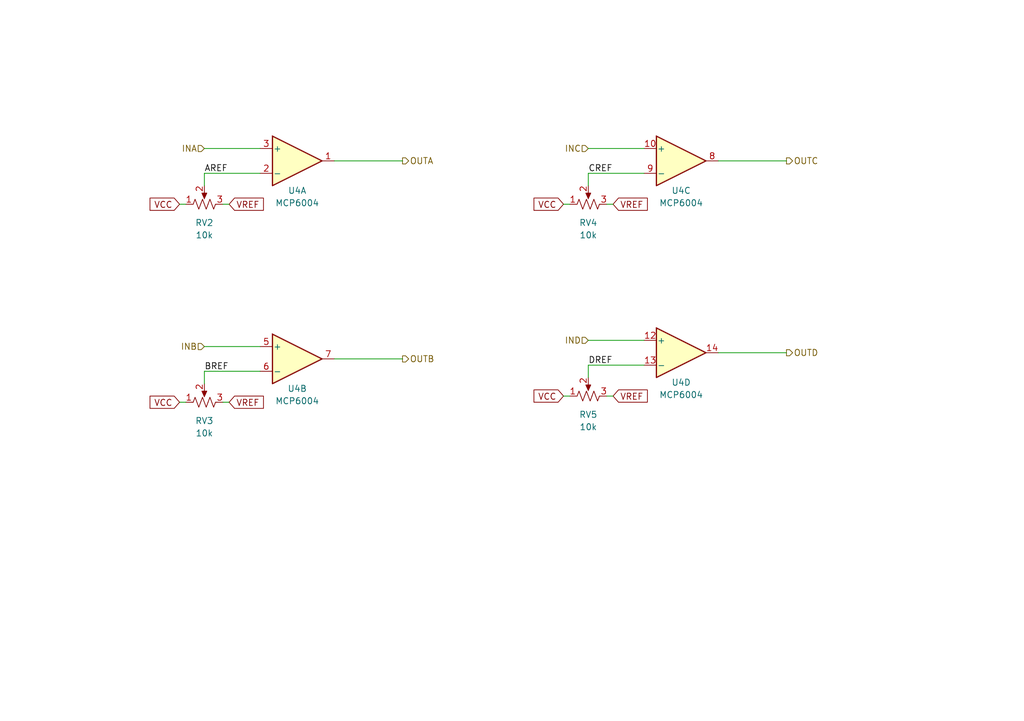
<source format=kicad_sch>
(kicad_sch (version 20250114) (generator "eeschema") (generator_version "9.0")
  (paper "A5")
  (title_block (title "EL223FP4L1") (date "2025-05-08") (rev "1") (company "Boles & Walker") (comment 1 "LED Comparator"))
  (lib_symbols
    (symbol "Amplifier_Operational:MCP6004" (pin_names (offset 0.127))
      (property "Reference" "U" (at 0 5.08 0))
      (property "Value" "MCP6004" (at 0 -5.08 0))
      (symbol "MCP6004_1_1"
        (polyline (pts (xy -5.08 5.08) (xy 5.08 0) (xy -5.08 -5.08) (xy -5.08 5.08)) (stroke (width 0.254)) (fill (type background)))
        (pin input line (at -7.62 2.54 0) (length 2.54) (name "+") (number "3"))
        (pin input line (at -7.62 -2.54 0) (length 2.54) (name "-") (number "2"))
        (pin output line (at 7.62 0 180) (length 2.54) (name "~") (number "1"))
      )
      (symbol "MCP6004_2_1"
        (polyline (pts (xy -5.08 5.08) (xy 5.08 0) (xy -5.08 -5.08) (xy -5.08 5.08)) (stroke (width 0.254)) (fill (type background)))
        (pin input line (at -7.62 2.54 0) (length 2.54) (name "+") (number "5"))
        (pin input line (at -7.62 -2.54 0) (length 2.54) (name "-") (number "6"))
        (pin output line (at 7.62 0 180) (length 2.54) (name "~") (number "7"))
      )
      (symbol "MCP6004_3_1"
        (polyline (pts (xy -5.08 5.08) (xy 5.08 0) (xy -5.08 -5.08) (xy -5.08 5.08)) (stroke (width 0.254)) (fill (type background)))
        (pin input line (at -7.62 2.54 0) (length 2.54) (name "+") (number "10"))
        (pin input line (at -7.62 -2.54 0) (length 2.54) (name "-") (number "9"))
        (pin output line (at 7.62 0 180) (length 2.54) (name "~") (number "8"))
      )
      (symbol "MCP6004_4_1"
        (polyline (pts (xy -5.08 5.08) (xy 5.08 0) (xy -5.08 -5.08) (xy -5.08 5.08)) (stroke (width 0.254)) (fill (type background)))
        (pin input line (at -7.62 2.54 0) (length 2.54) (name "+") (number "12"))
        (pin input line (at -7.62 -2.54 0) (length 2.54) (name "-") (number "13"))
        (pin output line (at 7.62 0 180) (length 2.54) (name "~") (number "14"))
      )
      (symbol "MCP6004_5_1"
        (pin power_in line (at -2.54 7.62 270) (length 3.81) (name "V+") (number "4"))
        (pin power_in line (at -2.54 -7.62 90) (length 3.81) (name "V-") (number "11"))
      )
    )
    (symbol "Device:R_Potentiometer_US" (pin_names (offset 1.016) (hide yes))
      (property "Reference" "RV" (at -4.445 0 90))
      (property "Value" "R_Potentiometer_US" (at -2.54 0 90))
      (symbol "R_Potentiometer_US_0_1"
        (polyline (pts (xy 0 2.54) (xy 0 2.286)))
        (polyline (pts (xy 0 2.286) (xy 1.016 1.905) (xy 0 1.524) (xy -1.016 1.143) (xy 0 0.762)))
        (polyline (pts (xy 0 0.762) (xy 1.016 0.381) (xy 0 0) (xy -1.016 -0.381) (xy 0 -0.762)))
        (polyline (pts (xy 0 -0.762) (xy 1.016 -1.143) (xy 0 -1.524) (xy -1.016 -1.905) (xy 0 -2.286)))
        (polyline (pts (xy 0 -2.286) (xy 0 -2.54)))
        (polyline (pts (xy 1.143 0) (xy 2.286 0.508) (xy 2.286 -0.508) (xy 1.143 0)) (fill (type outline)))
        (polyline (pts (xy 2.54 0) (xy 1.524 0)))
      )
      (symbol "R_Potentiometer_US_1_1"
        (pin passive line (at 0 3.81 270) (length 1.27) (name "1") (number "1"))
        (pin passive line (at 0 -3.81 90) (length 1.27) (name "3") (number "3"))
        (pin passive line (at 3.81 0 180) (length 1.27) (name "2") (number "2"))
      )
    )
  )
  (wire (pts (xy 68.58 33.02) (xy 82.55 33.02)))
  (wire (pts (xy 115.57 81.28) (xy 116.84 81.28)))
  (wire (pts (xy 36.83 82.55) (xy 38.1 82.55)))
  (wire (pts (xy 68.58 73.66) (xy 82.55 73.66)))
  (wire (pts (xy 120.65 35.56) (xy 132.08 35.56)))
  (wire (pts (xy 41.91 76.2) (xy 53.34 76.2)))
  (wire (pts (xy 41.91 30.48) (xy 53.34 30.48)))
  (wire (pts (xy 125.73 81.28) (xy 124.46 81.28)))
  (wire (pts (xy 36.83 41.91) (xy 38.1 41.91)))
  (wire (pts (xy 120.65 69.85) (xy 132.08 69.85)))
  (wire (pts (xy 115.57 41.91) (xy 116.84 41.91)))
  (wire (pts (xy 41.91 35.56) (xy 53.34 35.56)))
  (wire (pts (xy 41.91 78.74) (xy 41.91 76.2)))
  (wire (pts (xy 41.91 38.1) (xy 41.91 35.56)))
  (wire (pts (xy 46.99 41.91) (xy 45.72 41.91)))
  (wire (pts (xy 41.91 71.12) (xy 53.34 71.12)))
  (wire (pts (xy 46.99 82.55) (xy 45.72 82.55)))
  (wire (pts (xy 120.65 38.1) (xy 120.65 35.56)))
  (wire (pts (xy 120.65 74.93) (xy 132.08 74.93)))
  (wire (pts (xy 120.65 77.47) (xy 120.65 74.93)))
  (wire (pts (xy 125.73 41.91) (xy 124.46 41.91)))
  (wire (pts (xy 147.32 72.39) (xy 161.29 72.39)))
  (wire (pts (xy 147.32 33.02) (xy 161.29 33.02)))
  (wire (pts (xy 120.65 30.48) (xy 132.08 30.48)))
  (label "AREF" (at 41.91 35.56 0))
  (label "CREF" (at 120.65 35.56 0))
  (label "DREF" (at 120.65 74.93 0))
  (label "BREF" (at 41.91 76.2 0))
  (global_label "VCC" (shape input) (at 115.57 41.91 180) (property "Intersheetrefs" "${INTERSHEET_REFS}" (effects (hide yes))))
  (global_label "VREF" (shape input) (at 125.73 81.28 0) (property "Intersheetrefs" "${INTERSHEET_REFS}" (effects (hide yes))))
  (global_label "VREF" (shape input) (at 46.99 41.91 0) (property "Intersheetrefs" "${INTERSHEET_REFS}" (effects (hide yes))))
  (global_label "VCC" (shape input) (at 36.83 41.91 180) (property "Intersheetrefs" "${INTERSHEET_REFS}" (effects (hide yes))))
  (global_label "VREF" (shape input) (at 125.73 41.91 0) (property "Intersheetrefs" "${INTERSHEET_REFS}" (effects (hide yes))))
  (global_label "VCC" (shape input) (at 115.57 81.28 180) (property "Intersheetrefs" "${INTERSHEET_REFS}" (effects (hide yes))))
  (global_label "VCC" (shape input) (at 36.83 82.55 180) (property "Intersheetrefs" "${INTERSHEET_REFS}" (effects (hide yes))))
  (global_label "VREF" (shape input) (at 46.99 82.55 0) (property "Intersheetrefs" "${INTERSHEET_REFS}" (effects (hide yes))))
  (hierarchical_label "OUTA" (shape output) (at 82.55 33.02 0))
  (hierarchical_label "INB" (shape input) (at 41.91 71.12 180))
  (hierarchical_label "INA" (shape input) (at 41.91 30.48 180))
  (hierarchical_label "OUTD" (shape output) (at 161.29 72.39 0))
  (hierarchical_label "OUTC" (shape output) (at 161.29 33.02 0))
  (hierarchical_label "IND" (shape input) (at 120.65 69.85 180))
  (hierarchical_label "INC" (shape input) (at 120.65 30.48 180))
  (hierarchical_label "OUTB" (shape output) (at 82.55 73.66 0))
  (symbol (lib_id "Device:R_Potentiometer_US") (at 120.65 41.91 90) (unit 1)
    (property "Reference" "RV4" (at 120.65 45.72 90))
    (property "Value" "10k" (at 120.65 48.26 90))
    (property "Footprint" "Custom:Potentiometer_Bourns_PTV09A-1_Single_Vertical" (effects (hide yes)))
    (property "Datasheet" "https://www.mouser.com/datasheet/2/54/ptv09-777818.pdf" (effects (hide yes)))
    (property "Description" "Potentiometer, US symbol" (effects (hide yes)))
    (property "Sim.Device" "R" (effects (hide yes)))
    (property "Sim.Type" "POT" (effects (hide yes)))
    (property "Sim.Pins" "1=r0 2=wiper 3=r1" (effects (hide yes)))
    (property "Sim.Params" "pos=0.892" (effects (hide yes)))
    (property "Part" "PTV09A-4020U-B103" (effects (hide yes)))
  )
  (symbol (lib_id "Amplifier_Operational:MCP6004") (at 60.96 73.66 0) (unit 2)
    (property "Reference" "U4" (at 60.96 79.756 0))
    (property "Value" "MCP6004" (at 60.96 82.296 0))
    (property "Footprint" "Package_SO:SOIC-14_3.9x8.7mm_P1.27mm" (effects (hide yes)))
    (property "Datasheet" "https://ww1.microchip.com/downloads/aemDocuments/documents/MSLD/ProductDocuments/DataSheets/MCP6001-1R-1U-2-4-1-MHz-Low-Power-Op-Amp-DS20001733L.pdf" (effects (hide yes)))
    (property "Description" "1MHz, Low-Power Op Amp, DIP-14/SOIC-14/TSSOP-14" (effects (hide yes)))
    (property "Sim.Library" "MCP6001.lib" (effects (hide yes)))
    (property "Sim.Name" "MCP6004" (effects (hide yes)))
    (property "Sim.Device" "SUBCKT" (effects (hide yes)))
    (property "Sim.Pins" "1=OUTA 2=A- 3=A+ 4=VDD 5=B+ 6=B- 7=OUTB 8=OUTC 9=C- 10=C+ 11=VSS 12=D+ 13=D- 14=OUTD" (effects (hide yes)))
    (property "Part" "MCP6004-I/SL" (effects (hide yes)))
  )
  (symbol (lib_id "Device:R_Potentiometer_US") (at 41.91 41.91 90) (unit 1)
    (property "Reference" "RV2" (at 41.91 45.72 90))
    (property "Value" "10k" (at 41.91 48.26 90))
    (property "Footprint" "Custom:Potentiometer_Bourns_PTV09A-1_Single_Vertical" (effects (hide yes)))
    (property "Datasheet" "https://www.mouser.com/datasheet/2/54/ptv09-777818.pdf" (effects (hide yes)))
    (property "Description" "Potentiometer, US symbol" (effects (hide yes)))
    (property "Sim.Device" "R" (effects (hide yes)))
    (property "Sim.Type" "POT" (effects (hide yes)))
    (property "Sim.Pins" "1=r0 2=wiper 3=r1" (effects (hide yes)))
    (property "Sim.Params" "pos=0.892" (effects (hide yes)))
    (property "Part" "PTV09A-4020U-B103" (effects (hide yes)))
  )
  (symbol (lib_id "Amplifier_Operational:MCP6004") (at 139.7 72.39 0) (unit 4)
    (property "Reference" "U4" (at 139.7 78.486 0))
    (property "Value" "MCP6004" (at 139.7 81.026 0))
    (property "Footprint" "Package_SO:SOIC-14_3.9x8.7mm_P1.27mm" (effects (hide yes)))
    (property "Datasheet" "https://ww1.microchip.com/downloads/aemDocuments/documents/MSLD/ProductDocuments/DataSheets/MCP6001-1R-1U-2-4-1-MHz-Low-Power-Op-Amp-DS20001733L.pdf" (effects (hide yes)))
    (property "Description" "1MHz, Low-Power Op Amp, DIP-14/SOIC-14/TSSOP-14" (effects (hide yes)))
    (property "Sim.Library" "MCP6001.lib" (effects (hide yes)))
    (property "Sim.Name" "MCP6004" (effects (hide yes)))
    (property "Sim.Device" "SUBCKT" (effects (hide yes)))
    (property "Sim.Pins" "1=OUTA 2=A- 3=A+ 4=VDD 5=B+ 6=B- 7=OUTB 8=OUTC 9=C- 10=C+ 11=VSS 12=D+ 13=D- 14=OUTD" (effects (hide yes)))
    (property "Part" "MCP6004-I/SL" (effects (hide yes)))
  )
  (symbol (lib_id "Amplifier_Operational:MCP6004") (at 60.96 33.02 0) (unit 1)
    (property "Reference" "U4" (at 60.96 39.116 0))
    (property "Value" "MCP6004" (at 60.96 41.656 0))
    (property "Footprint" "Package_SO:SOIC-14_3.9x8.7mm_P1.27mm" (effects (hide yes)))
    (property "Datasheet" "https://ww1.microchip.com/downloads/aemDocuments/documents/MSLD/ProductDocuments/DataSheets/MCP6001-1R-1U-2-4-1-MHz-Low-Power-Op-Amp-DS20001733L.pdf" (effects (hide yes)))
    (property "Description" "1MHz, Low-Power Op Amp, DIP-14/SOIC-14/TSSOP-14" (effects (hide yes)))
    (property "Sim.Library" "MCP6001.lib" (effects (hide yes)))
    (property "Sim.Name" "MCP6004" (effects (hide yes)))
    (property "Sim.Device" "SUBCKT" (effects (hide yes)))
    (property "Sim.Pins" "1=OUTA 2=A- 3=A+ 4=VDD 5=B+ 6=B- 7=OUTB 8=OUTC 9=C- 10=C+ 11=VSS 12=D+ 13=D- 14=OUTD" (effects (hide yes)))
    (property "Part" "MCP6004-I/SL" (effects (hide yes)))
  )
  (symbol (lib_id "Device:R_Potentiometer_US") (at 41.91 82.55 90) (unit 1)
    (property "Reference" "RV3" (at 41.91 86.36 90))
    (property "Value" "10k" (at 41.91 88.9 90))
    (property "Footprint" "Custom:Potentiometer_Bourns_PTV09A-1_Single_Vertical" (effects (hide yes)))
    (property "Datasheet" "https://www.mouser.com/datasheet/2/54/ptv09-777818.pdf" (effects (hide yes)))
    (property "Description" "Potentiometer, US symbol" (effects (hide yes)))
    (property "Sim.Device" "R" (effects (hide yes)))
    (property "Sim.Type" "POT" (effects (hide yes)))
    (property "Sim.Pins" "1=r0 2=wiper 3=r1" (effects (hide yes)))
    (property "Sim.Params" "pos=0.892" (effects (hide yes)))
    (property "Part" "PTV09A-4020U-B103" (effects (hide yes)))
  )
  (symbol (lib_id "Amplifier_Operational:MCP6004") (at 139.7 33.02 0) (unit 3)
    (property "Reference" "U4" (at 139.7 39.116 0))
    (property "Value" "MCP6004" (at 139.7 41.656 0))
    (property "Footprint" "Package_SO:SOIC-14_3.9x8.7mm_P1.27mm" (effects (hide yes)))
    (property "Datasheet" "https://ww1.microchip.com/downloads/aemDocuments/documents/MSLD/ProductDocuments/DataSheets/MCP6001-1R-1U-2-4-1-MHz-Low-Power-Op-Amp-DS20001733L.pdf" (effects (hide yes)))
    (property "Description" "1MHz, Low-Power Op Amp, DIP-14/SOIC-14/TSSOP-14" (effects (hide yes)))
    (property "Sim.Library" "MCP6001.lib" (effects (hide yes)))
    (property "Sim.Name" "MCP6004" (effects (hide yes)))
    (property "Sim.Device" "SUBCKT" (effects (hide yes)))
    (property "Sim.Pins" "1=OUTA 2=A- 3=A+ 4=VDD 5=B+ 6=B- 7=OUTB 8=OUTC 9=C- 10=C+ 11=VSS 12=D+ 13=D- 14=OUTD" (effects (hide yes)))
    (property "Part" "MCP6004-I/SL" (effects (hide yes)))
  )
  (symbol (lib_id "Device:R_Potentiometer_US") (at 120.65 81.28 90) (unit 1)
    (property "Reference" "RV5" (at 120.65 85.09 90))
    (property "Value" "10k" (at 120.65 87.63 90))
    (property "Footprint" "Custom:Potentiometer_Bourns_PTV09A-1_Single_Vertical" (effects (hide yes)))
    (property "Datasheet" "https://www.mouser.com/datasheet/2/54/ptv09-777818.pdf" (effects (hide yes)))
    (property "Description" "Potentiometer, US symbol" (effects (hide yes)))
    (property "Sim.Device" "R" (effects (hide yes)))
    (property "Sim.Type" "POT" (effects (hide yes)))
    (property "Sim.Pins" "1=r0 2=wiper 3=r1" (effects (hide yes)))
    (property "Sim.Params" "pos=0.892" (effects (hide yes)))
    (property "Part" "PTV09A-4020U-B103" (effects (hide yes)))
  )
)
</source>
